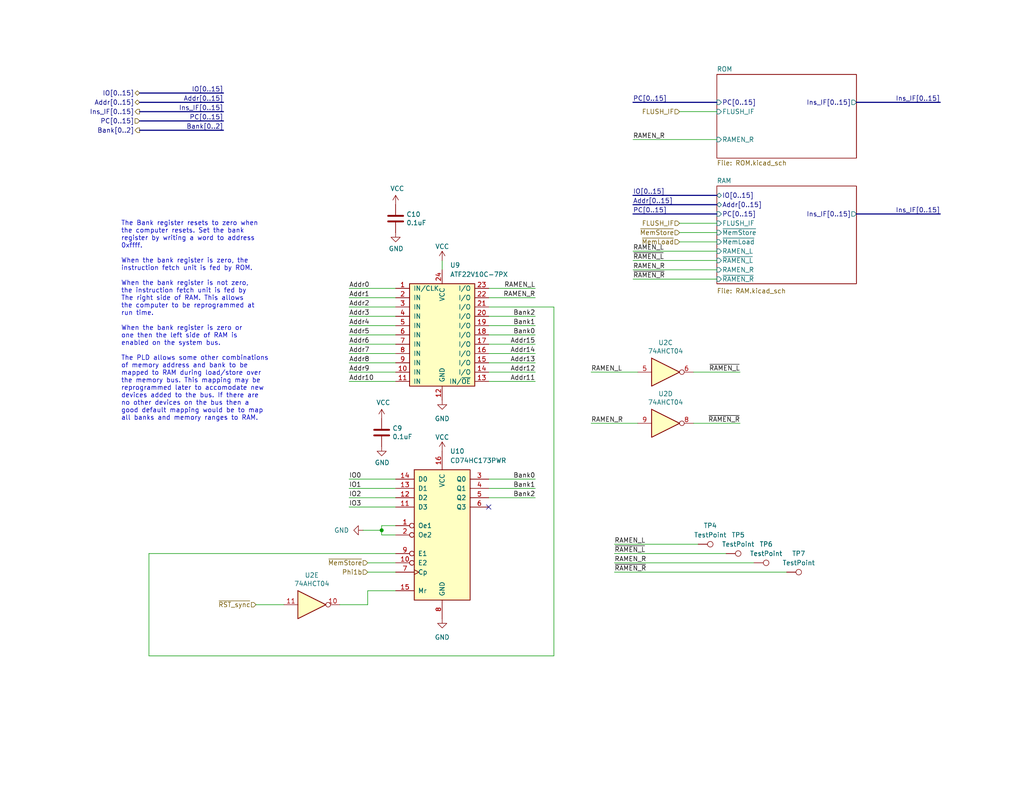
<source format=kicad_sch>
(kicad_sch (version 20250114) (generator "eeschema") (generator_version "9.0")
  (paper "USLetter")
  (title_block (date "2025-07-22") (rev "A"))
  (lib_symbols
    (symbol "Connector:TestPoint" (pin_numbers (hide yes)) (pin_names (offset 0.762) (hide yes))
      (property "Reference" "TP" (at 0 6.858 0))
      (property "Value" "TestPoint" (at 0 5.08 0))
      (symbol "TestPoint_0_1"
        (circle (center 0 3.302) (radius 0.762))
      )
      (symbol "TestPoint_1_1"
        (pin passive line (at 0 0 90) (length 2.54) (name "1") (number "1"))
      )
    )
    (symbol "Device:C" (pin_numbers (hide yes)) (pin_names (offset 0.254))
      (property "Reference" "C" (at 0.635 2.54 0))
      (property "Value" "C" (at 0.635 -2.54 0))
      (symbol "C_0_1"
        (polyline (pts (xy -2.032 0.762) (xy 2.032 0.762)) (stroke (width 0.508)))
        (polyline (pts (xy -2.032 -0.762) (xy 2.032 -0.762)) (stroke (width 0.508)))
      )
      (symbol "C_1_1"
        (pin passive line (at 0 3.81 270) (length 2.794) (name "~") (number "1"))
        (pin passive line (at 0 -3.81 90) (length 2.794) (name "~") (number "2"))
      )
    )
    (symbol "Turtle16:74AHCT04"
      (property "Reference" "U" (at 0 1.27 0))
      (property "Value" "74AHCT04" (at 0 -1.27 0))
      (symbol "74AHCT04_1_0"
        (polyline (pts (xy -3.81 3.81) (xy -3.81 -3.81) (xy 3.81 0) (xy -3.81 3.81)) (stroke (width 0.254)) (fill (type background)))
        (pin input line (at -7.62 0 0) (length 3.81) (name "~") (number "1"))
        (pin output inverted (at 7.62 0 180) (length 3.81) (name "~") (number "2"))
      )
      (symbol "74AHCT04_2_0"
        (polyline (pts (xy -3.81 3.81) (xy -3.81 -3.81) (xy 3.81 0) (xy -3.81 3.81)) (stroke (width 0.254)) (fill (type background)))
        (pin input line (at -7.62 0 0) (length 3.81) (name "~") (number "3"))
        (pin output inverted (at 7.62 0 180) (length 3.81) (name "~") (number "4"))
      )
      (symbol "74AHCT04_3_0"
        (polyline (pts (xy -3.81 3.81) (xy -3.81 -3.81) (xy 3.81 0) (xy -3.81 3.81)) (stroke (width 0.254)) (fill (type background)))
        (pin input line (at -7.62 0 0) (length 3.81) (name "~") (number "5"))
        (pin output inverted (at 7.62 0 180) (length 3.81) (name "~") (number "6"))
      )
      (symbol "74AHCT04_4_0"
        (polyline (pts (xy -3.81 3.81) (xy -3.81 -3.81) (xy 3.81 0) (xy -3.81 3.81)) (stroke (width 0.254)) (fill (type background)))
        (pin input line (at -7.62 0 0) (length 3.81) (name "~") (number "9"))
        (pin output inverted (at 7.62 0 180) (length 3.81) (name "~") (number "8"))
      )
      (symbol "74AHCT04_5_0"
        (polyline (pts (xy -3.81 3.81) (xy -3.81 -3.81) (xy 3.81 0) (xy -3.81 3.81)) (stroke (width 0.254)) (fill (type background)))
        (pin input line (at -7.62 0 0) (length 3.81) (name "~") (number "11"))
        (pin output inverted (at 7.62 0 180) (length 3.81) (name "~") (number "10"))
      )
      (symbol "74AHCT04_6_0"
        (polyline (pts (xy -3.81 3.81) (xy -3.81 -3.81) (xy 3.81 0) (xy -3.81 3.81)) (stroke (width 0.254)) (fill (type background)))
        (pin input line (at -7.62 0 0) (length 3.81) (name "~") (number "13"))
        (pin output inverted (at 7.62 0 180) (length 3.81) (name "~") (number "12"))
      )
      (symbol "74AHCT04_7_0"
        (pin power_in line (at 0 12.7 270) (length 5.08) (name "VCC") (number "14"))
        (pin power_in line (at 0 -12.7 90) (length 5.08) (name "GND") (number "7"))
      )
      (symbol "74AHCT04_7_1"
        (rectangle (start -5.08 7.62) (end 5.08 -7.62) (stroke (width 0.254)) (fill (type background)))
      )
    )
    (symbol "Turtle16:ATF22V10C" (pin_names (offset 1.016))
      (symbol "ATF22V10C_1_1"
        (rectangle (start -8.89 -15.24) (end 8.89 12.7) (stroke (width 0.254)) (fill (type background)))
        (pin input line (at -12.7 11.43 0) (length 3.81) (name "IN/CLK") (number "1"))
        (pin input line (at -12.7 8.89 0) (length 3.81) (name "IN") (number "2"))
        (pin input line (at -12.7 6.35 0) (length 3.81) (name "IN") (number "3"))
        (pin input line (at -12.7 3.81 0) (length 3.81) (name "IN") (number "4"))
        (pin input line (at -12.7 1.27 0) (length 3.81) (name "IN") (number "5"))
        (pin input line (at -12.7 -1.27 0) (length 3.81) (name "IN") (number "6"))
        (pin input line (at -12.7 -3.81 0) (length 3.81) (name "IN") (number "7"))
        (pin input line (at -12.7 -6.35 0) (length 3.81) (name "IN") (number "8"))
        (pin input line (at -12.7 -8.89 0) (length 3.81) (name "IN") (number "9"))
        (pin input line (at -12.7 -11.43 0) (length 3.81) (name "IN") (number "10"))
        (pin input line (at -12.7 -13.97 0) (length 3.81) (name "IN") (number "11"))
        (pin power_in line (at 0 16.51 270) (length 3.81) (name "VCC") (number "24"))
        (pin power_in line (at 0 -19.05 90) (length 3.81) (name "GND") (number "12"))
        (pin passive line (at 12.7 11.43 180) (length 3.81) (name "I/O") (number "23"))
        (pin passive line (at 12.7 8.89 180) (length 3.81) (name "I/O") (number "22"))
        (pin passive line (at 12.7 6.35 180) (length 3.81) (name "I/O") (number "21"))
        (pin passive line (at 12.7 3.81 180) (length 3.81) (name "I/O") (number "20"))
        (pin passive line (at 12.7 1.27 180) (length 3.81) (name "I/O") (number "19"))
        (pin passive line (at 12.7 -1.27 180) (length 3.81) (name "I/O") (number "18"))
        (pin passive line (at 12.7 -3.81 180) (length 3.81) (name "I/O") (number "17"))
        (pin passive line (at 12.7 -6.35 180) (length 3.81) (name "I/O") (number "16"))
        (pin passive line (at 12.7 -8.89 180) (length 3.81) (name "I/O") (number "15"))
        (pin passive line (at 12.7 -11.43 180) (length 3.81) (name "I/O") (number "14"))
        (pin input line (at 12.7 -13.97 180) (length 3.81) (name "IN/~{OE}") (number "13"))
      )
    )
    (symbol "Turtle16:CD74HC173PWR" (pin_names (offset 1.016))
      (property "Reference" "U" (at 8.89 21.59 0))
      (property "Value" "CD74HC173PWR" (at 8.89 19.05 0))
      (symbol "CD74HC173PWR_1_0"
        (pin input line (at -12.7 15.24 0) (length 5.08) (name "D0") (number "14"))
        (pin input line (at -12.7 12.7 0) (length 5.08) (name "D1") (number "13"))
        (pin input line (at -12.7 10.16 0) (length 5.08) (name "D2") (number "12"))
        (pin input line (at -12.7 7.62 0) (length 5.08) (name "D3") (number "11"))
        (pin input inverted (at -12.7 2.54 0) (length 5.08) (name "Oe1") (number "1"))
        (pin input inverted (at -12.7 0 0) (length 5.08) (name "Oe2") (number "2"))
        (pin input inverted (at -12.7 -5.08 0) (length 5.08) (name "E1") (number "9"))
        (pin input inverted (at -12.7 -7.62 0) (length 5.08) (name "E2") (number "10"))
        (pin input clock (at -12.7 -10.16 0) (length 5.08) (name "Cp") (number "7"))
        (pin input line (at -12.7 -15.24 0) (length 5.08) (name "Mr") (number "15"))
        (pin power_in line (at 0 22.86 270) (length 5.08) (name "VCC") (number "16"))
        (pin power_in line (at 0 -22.86 90) (length 5.08) (name "GND") (number "8"))
        (pin tri_state line (at 12.7 15.24 180) (length 5.08) (name "Q0") (number "3"))
        (pin tri_state line (at 12.7 12.7 180) (length 5.08) (name "Q1") (number "4"))
        (pin tri_state line (at 12.7 10.16 180) (length 5.08) (name "Q2") (number "5"))
        (pin tri_state line (at 12.7 7.62 180) (length 5.08) (name "Q3") (number "6"))
      )
      (symbol "CD74HC173PWR_1_1"
        (rectangle (start -7.62 17.78) (end 7.62 -17.78) (stroke (width 0.254)) (fill (type background)))
      )
    )
    (symbol "power:GND" (power) (pin_numbers (hide yes)) (pin_names (offset 0) (hide yes))
      (property "Value" "GND" (at 0 -3.81 0))
      (symbol "GND_0_1"
        (polyline (pts (xy 0 0) (xy 0 -1.27) (xy 1.27 -1.27) (xy 0 -2.54) (xy -1.27 -1.27) (xy 0 -1.27)))
      )
      (symbol "GND_1_1"
        (pin power_in line (at 0 0 270) (length 0) (name "~") (number "1"))
      )
    )
    (symbol "power:VCC" (power) (pin_numbers (hide yes)) (pin_names (offset 0) (hide yes))
      (property "Value" "VCC" (at 0 3.556 0))
      (symbol "VCC_0_1"
        (polyline (pts (xy -0.762 1.27) (xy 0 2.54)))
        (polyline (pts (xy 0 2.54) (xy 0.762 1.27)))
        (polyline (pts (xy 0 0) (xy 0 2.54)))
      )
      (symbol "VCC_1_1"
        (pin power_in line (at 0 0 90) (length 0) (name "~") (number "1"))
      )
    )
  )
  (text "The Bank register resets to zero when\nthe computer resets. Set the bank\nregister by writing a word to address\n0xffff.\n\nWhen the bank register is zero, the\ninstruction fetch unit is fed by ROM.\n\nWhen the bank register is not zero,\nthe instruction fetch unit is fed by\nThe right side of RAM. This allows\nthe computer to be reprogrammed at\nrun time.\n\nWhen the bank register is zero or\none then the left side of RAM is\nenabled on the system bus.\n\nThe PLD allows some other combinations\nof memory address and bank to be\nmapped to RAM during load/store over\nthe memory bus. This mapping may be\nreprogrammed later to accomodate new\ndevices added to the bus. If there are\nno other devices on the bus then a\ngood default mapping would be to map\nall banks and memory ranges to RAM." (at 33.02 114.935 0) (effects (font (size 1.27 1.27)) (justify left bottom)))
  (junction (at 104.14 144.78))
  (no_connect (at 133.35 138.43))
  (wire (pts (xy 146.05 135.89) (xy 133.35 135.89)))
  (bus (pts (xy 233.68 58.42) (xy 256.54 58.42)))
  (wire (pts (xy 104.14 144.78) (xy 104.14 146.05)))
  (wire (pts (xy 95.25 135.89) (xy 107.95 135.89)))
  (wire (pts (xy 95.25 88.9) (xy 107.95 88.9)))
  (wire (pts (xy 146.05 78.74) (xy 133.35 78.74)))
  (bus (pts (xy 38.1 33.02) (xy 60.96 33.02)))
  (wire (pts (xy 100.33 165.1) (xy 100.33 161.29)))
  (bus (pts (xy 195.58 27.94) (xy 172.72 27.94)))
  (wire (pts (xy 95.25 138.43) (xy 107.95 138.43)))
  (wire (pts (xy 40.64 151.13) (xy 107.95 151.13)))
  (wire (pts (xy 95.25 133.35) (xy 107.95 133.35)))
  (bus (pts (xy 195.58 58.42) (xy 172.72 58.42)))
  (wire (pts (xy 95.25 130.81) (xy 107.95 130.81)))
  (wire (pts (xy 201.93 115.57) (xy 189.23 115.57)))
  (wire (pts (xy 172.72 38.1) (xy 195.58 38.1)))
  (wire (pts (xy 95.25 91.44) (xy 107.95 91.44)))
  (wire (pts (xy 146.05 91.44) (xy 133.35 91.44)))
  (wire (pts (xy 146.05 86.36) (xy 133.35 86.36)))
  (wire (pts (xy 146.05 104.14) (xy 133.35 104.14)))
  (wire (pts (xy 69.85 165.1) (xy 77.47 165.1)))
  (wire (pts (xy 95.25 81.28) (xy 107.95 81.28)))
  (wire (pts (xy 146.05 88.9) (xy 133.35 88.9)))
  (wire (pts (xy 99.06 144.78) (xy 104.14 144.78)))
  (wire (pts (xy 172.72 71.12) (xy 195.58 71.12)))
  (wire (pts (xy 146.05 133.35) (xy 133.35 133.35)))
  (bus (pts (xy 38.1 35.56) (xy 60.96 35.56)))
  (wire (pts (xy 95.25 101.6) (xy 107.95 101.6)))
  (wire (pts (xy 167.64 156.21) (xy 214.63 156.21)))
  (wire (pts (xy 185.42 66.04) (xy 195.58 66.04)))
  (wire (pts (xy 40.64 151.13) (xy 40.64 179.07)))
  (bus (pts (xy 195.58 53.34) (xy 172.72 53.34)))
  (wire (pts (xy 104.14 146.05) (xy 107.95 146.05)))
  (wire (pts (xy 151.13 83.82) (xy 151.13 179.07)))
  (wire (pts (xy 146.05 101.6) (xy 133.35 101.6)))
  (wire (pts (xy 133.35 83.82) (xy 151.13 83.82)))
  (bus (pts (xy 38.1 30.48) (xy 60.96 30.48)))
  (wire (pts (xy 146.05 99.06) (xy 133.35 99.06)))
  (bus (pts (xy 195.58 55.88) (xy 172.72 55.88)))
  (wire (pts (xy 185.42 30.48) (xy 195.58 30.48)))
  (wire (pts (xy 95.25 83.82) (xy 107.95 83.82)))
  (wire (pts (xy 146.05 81.28) (xy 133.35 81.28)))
  (wire (pts (xy 146.05 93.98) (xy 133.35 93.98)))
  (wire (pts (xy 172.72 76.2) (xy 195.58 76.2)))
  (wire (pts (xy 95.25 99.06) (xy 107.95 99.06)))
  (wire (pts (xy 95.25 104.14) (xy 107.95 104.14)))
  (wire (pts (xy 95.25 78.74) (xy 107.95 78.74)))
  (wire (pts (xy 92.71 165.1) (xy 100.33 165.1)))
  (wire (pts (xy 100.33 161.29) (xy 107.95 161.29)))
  (wire (pts (xy 120.65 71.12) (xy 120.65 73.66)))
  (wire (pts (xy 100.33 153.67) (xy 107.95 153.67)))
  (wire (pts (xy 95.25 96.52) (xy 107.95 96.52)))
  (wire (pts (xy 100.33 156.21) (xy 107.95 156.21)))
  (wire (pts (xy 172.72 68.58) (xy 195.58 68.58)))
  (wire (pts (xy 167.64 148.59) (xy 190.5 148.59)))
  (wire (pts (xy 95.25 86.36) (xy 107.95 86.36)))
  (wire (pts (xy 95.25 93.98) (xy 107.95 93.98)))
  (wire (pts (xy 185.42 60.96) (xy 195.58 60.96)))
  (wire (pts (xy 201.93 101.6) (xy 189.23 101.6)))
  (wire (pts (xy 167.64 151.13) (xy 198.12 151.13)))
  (bus (pts (xy 38.1 25.4) (xy 60.96 25.4)))
  (wire (pts (xy 146.05 130.81) (xy 133.35 130.81)))
  (wire (pts (xy 40.64 179.07) (xy 151.13 179.07)))
  (wire (pts (xy 167.64 153.67) (xy 205.74 153.67)))
  (wire (pts (xy 104.14 143.51) (xy 104.14 144.78)))
  (wire (pts (xy 161.29 101.6) (xy 173.99 101.6)))
  (bus (pts (xy 38.1 27.94) (xy 60.96 27.94)))
  (wire (pts (xy 107.95 143.51) (xy 104.14 143.51)))
  (wire (pts (xy 146.05 96.52) (xy 133.35 96.52)))
  (wire (pts (xy 172.72 73.66) (xy 195.58 73.66)))
  (bus (pts (xy 233.68 27.94) (xy 256.54 27.94)))
  (wire (pts (xy 161.29 115.57) (xy 173.99 115.57)))
  (wire (pts (xy 185.42 63.5) (xy 195.58 63.5)))
  (label "Addr15" (at 146.05 93.98 180))
  (label "~{RAMEN_L}" (at 172.72 71.12 0))
  (label "Addr7" (at 95.25 96.52 0))
  (label "Addr1" (at 95.25 81.28 0))
  (label "RAMEN_L" (at 167.64 148.59 0))
  (label "~{RAMEN_R}" (at 167.64 156.21 0))
  (label "RAMEN_L" (at 172.72 68.58 0))
  (label "Addr9" (at 95.25 101.6 0))
  (label "PC[0..15]" (at 172.72 27.94 0))
  (label "Addr13" (at 146.05 99.06 180))
  (label "RAMEN_R" (at 167.64 153.67 0))
  (label "Addr14" (at 146.05 96.52 180))
  (label "~{RAMEN_R}" (at 201.93 115.57 180))
  (label "Bank0" (at 146.05 91.44 180))
  (label "Addr[0..15]" (at 172.72 55.88 0))
  (label "Bank1" (at 146.05 133.35 180))
  (label "Addr3" (at 95.25 86.36 0))
  (label "Bank[0..2]" (at 60.96 35.56 180))
  (label "Addr6" (at 95.25 93.98 0))
  (label "Ins_IF[0..15]" (at 256.54 27.94 180))
  (label "RAMEN_L" (at 161.29 101.6 0))
  (label "RAMEN_R" (at 172.72 73.66 0))
  (label "IO2" (at 95.25 135.89 0))
  (label "Addr11" (at 146.05 104.14 180))
  (label "~{RAMEN_L}" (at 201.93 101.6 180))
  (label "Ins_IF[0..15]" (at 60.96 30.48 180))
  (label "~{RAMEN_L}" (at 167.64 151.13 0))
  (label "Addr10" (at 95.25 104.14 0))
  (label "Addr5" (at 95.25 91.44 0))
  (label "Ins_IF[0..15]" (at 256.54 58.42 180))
  (label "Bank0" (at 146.05 130.81 180))
  (label "Addr0" (at 95.25 78.74 0))
  (label "IO[0..15]" (at 60.96 25.4 180))
  (label "PC[0..15]" (at 60.96 33.02 180))
  (label "Addr8" (at 95.25 99.06 0))
  (label "Addr2" (at 95.25 83.82 0))
  (label "Bank2" (at 146.05 86.36 180))
  (label "RAMEN_R" (at 146.05 81.28 180))
  (label "Addr4" (at 95.25 88.9 0))
  (label "IO1" (at 95.25 133.35 0))
  (label "Bank1" (at 146.05 88.9 180))
  (label "IO[0..15]" (at 172.72 53.34 0))
  (label "Bank2" (at 146.05 135.89 180))
  (label "PC[0..15]" (at 172.72 58.42 0))
  (label "RAMEN_R" (at 161.29 115.57 0))
  (label "RAMEN_R" (at 172.72 38.1 0))
  (label "IO0" (at 95.25 130.81 0))
  (label "RAMEN_L" (at 146.05 78.74 180))
  (label "IO3" (at 95.25 138.43 0))
  (label "Addr[0..15]" (at 60.96 27.94 180))
  (label "~{RAMEN_R}" (at 172.72 76.2 0))
  (label "Addr12" (at 146.05 101.6 180))
  (hierarchical_label "Phi1b" (shape input) (at 100.33 156.21 180))
  (hierarchical_label "PC[0..15]" (shape input) (at 38.1 33.02 180))
  (hierarchical_label "~{MemStore}" (shape input) (at 100.33 153.67 180))
  (hierarchical_label "IO[0..15]" (shape tri_state) (at 38.1 25.4 180))
  (hierarchical_label "~{RST_sync}" (shape input) (at 69.85 165.1 180))
  (hierarchical_label "Addr[0..15]" (shape tri_state) (at 38.1 27.94 180))
  (hierarchical_label "Bank[0..2]" (shape output) (at 38.1 35.56 180))
  (hierarchical_label "~{MemStore}" (shape input) (at 185.42 63.5 180))
  (hierarchical_label "FLUSH_IF" (shape input) (at 185.42 30.48 180))
  (hierarchical_label "Ins_IF[0..15]" (shape output) (at 38.1 30.48 180))
  (hierarchical_label "~{MemLoad}" (shape input) (at 185.42 66.04 180))
  (hierarchical_label "FLUSH_IF" (shape input) (at 185.42 60.96 180))
  (symbol (lib_id "Turtle16:ATF22V10C") (at 120.65 90.17 0) (unit 1)
    (property "Reference" "U28" (at 122.7933 72.39 0) (effects (justify left)))
    (property "Value" "ATF22V10C-7PX" (at 122.7933 74.93 0) (effects (justify left)))
    (property "Footprint" "Package_DIP:DIP-24_W7.62mm_Socket" (effects (hide yes)))
    (property "Datasheet" "https://www.mouser.com/datasheet/2/268/doc0735-1369018.pdf" (effects (hide yes)))
    (property "Manufacturer" "Microchip Technology" (effects (hide yes)))
    (property "Manufacturer#" "ATF22V10C-7PX" (effects (hide yes)))
    (property "Mouser#" "556-AF22V10C7PX" (effects (hide yes)))
    (property "Digikey#" "ATF22V10C-7PX-ND" (effects (hide yes)))
    (instances (project "" (path "" (reference "U9") (unit 1))) (project "Turtle16Computer" (path "" (reference "U28") (unit 1))))
  )
  (symbol (lib_id "power:GND") (at 104.14 121.92 0) (unit 1)
    (property "Reference" "#PWR0597" (effects (hide yes)))
    (property "Value" "GND" (at 104.267 126.3142 0))
    (property "Description" "Power symbol creates a global label with name \"GND\" , ground" (effects (hide yes)))
    (instances (project "" (path "" (reference "#PWR049") (unit 1))) (project "Turtle16Computer" (path "" (reference "#PWR0597") (unit 1))))
  )
  (symbol (lib_id "Turtle16:74AHCT04") (at 181.61 115.57 0) (unit 4)
    (property "Reference" "U29" (at 181.61 107.5182 0))
    (property "Value" "74AHCT04" (at 181.61 109.8296 0))
    (property "Footprint" "Package_SO:TSSOP-14_4.4x5mm_P0.65mm" (effects (hide yes)))
    (property "Datasheet" "https://assets.nexperia.com/documents/data-sheet/74AHC_AHCT04.pdf" (effects (hide yes)))
    (property "Manufacturer" "Nexperia" (effects (hide yes)))
    (property "Manufacturer#" "74AHCT04APWJ" (effects (hide yes)))
    (property "Mouser#" "771-74AHCT04APWJ" (effects (hide yes)))
    (property "Digikey#" "1727-74AHCT04APWJCT-ND" (effects (hide yes)))
    (instances (project "" (path "" (reference "U2") (unit 4))) (project "Turtle16Computer" (path "" (reference "U29") (unit 4))))
  )
  (symbol (lib_id "power:GND") (at 99.06 144.78 270) (unit 1)
    (property "Reference" "#PWR0599" (effects (hide yes)))
    (property "Value" "GND" (at 95.25 144.7799 90) (effects (justify right)))
    (property "Description" "Power symbol creates a global label with name \"GND\" , ground" (effects (hide yes)))
    (instances (project "" (path "" (reference "#PWR047") (unit 1))) (project "Turtle16Computer" (path "" (reference "#PWR0599") (unit 1))))
  )
  (symbol (lib_id "Device:C") (at 107.95 59.69 0) (unit 1)
    (property "Reference" "C30" (at 110.871 58.5216 0) (effects (justify left)))
    (property "Value" "0.1uF" (at 110.871 60.833 0) (effects (justify left)))
    (property "Footprint" "Capacitor_SMD:C_0603_1608Metric" (effects (hide yes)))
    (property "Datasheet" "https://www.mouser.com/datasheet/2/396/taiyo_yuden_12132018_mlcc11_hq_e-1510082.pdf" (effects (hide yes)))
    (property "Manufacturer" "Taiyo Yuden" (effects (hide yes)))
    (property "Manufacturer#" "EMK107B7104KAHT" (effects (hide yes)))
    (property "Mouser#" "963-EMK107B7104KAHT" (effects (hide yes)))
    (property "Digikey#" "587-6004-1-ND" (effects (hide yes)))
    (instances (project "" (path "" (reference "C10") (unit 1))) (project "Turtle16Computer" (path "" (reference "C30") (unit 1))))
  )
  (symbol (lib_id "Device:C") (at 104.14 118.11 0) (unit 1)
    (property "Reference" "C31" (at 107.061 116.9416 0) (effects (justify left)))
    (property "Value" "0.1uF" (at 107.061 119.253 0) (effects (justify left)))
    (property "Footprint" "Capacitor_SMD:C_0603_1608Metric" (effects (hide yes)))
    (property "Datasheet" "https://www.mouser.com/datasheet/2/396/taiyo_yuden_12132018_mlcc11_hq_e-1510082.pdf" (effects (hide yes)))
    (property "Manufacturer" "Taiyo Yuden" (effects (hide yes)))
    (property "Manufacturer#" "EMK107B7104KAHT" (effects (hide yes)))
    (property "Mouser#" "963-EMK107B7104KAHT" (effects (hide yes)))
    (property "Digikey#" "587-6004-1-ND" (effects (hide yes)))
    (instances (project "" (path "" (reference "C9") (unit 1))) (project "Turtle16Computer" (path "" (reference "C31") (unit 1))))
  )
  (symbol (lib_id "Connector:TestPoint") (at 214.63 156.21 270) (mirror x) (unit 1) (in_bom no)
    (property "Reference" "TP44" (at 217.932 151.13 90))
    (property "Value" "TestPoint" (at 217.932 153.67 90))
    (property "Footprint" "TestPoint:TestPoint_Pad_D1.0mm" (effects (hide yes)))
    (instances (project "" (path "" (reference "TP7") (unit 1))) (project "Turtle16Computer" (path "" (reference "TP44") (unit 1))))
  )
  (symbol (lib_id "Turtle16:74AHCT04") (at 85.09 165.1 0) (unit 5)
    (property "Reference" "U29" (at 85.09 157.0482 0))
    (property "Value" "74AHCT04" (at 85.09 159.3596 0))
    (property "Footprint" "Package_SO:TSSOP-14_4.4x5mm_P0.65mm" (effects (hide yes)))
    (property "Datasheet" "https://assets.nexperia.com/documents/data-sheet/74AHC_AHCT04.pdf" (effects (hide yes)))
    (property "Manufacturer" "Nexperia" (effects (hide yes)))
    (property "Manufacturer#" "74AHCT04APWJ" (effects (hide yes)))
    (property "Mouser#" "771-74AHCT04APWJ" (effects (hide yes)))
    (property "Digikey#" "1727-74AHCT04APWJCT-ND" (effects (hide yes)))
    (instances (project "" (path "" (reference "U2") (unit 5))) (project "Turtle16Computer" (path "" (reference "U29") (unit 5))))
  )
  (symbol (lib_id "Turtle16:74AHCT04") (at 181.61 101.6 0) (unit 3)
    (property "Reference" "U29" (at 181.61 93.5482 0))
    (property "Value" "74AHCT04" (at 181.61 95.8596 0))
    (property "Footprint" "Package_SO:TSSOP-14_4.4x5mm_P0.65mm" (effects (hide yes)))
    (property "Datasheet" "https://assets.nexperia.com/documents/data-sheet/74AHC_AHCT04.pdf" (effects (hide yes)))
    (property "Manufacturer" "Nexperia" (effects (hide yes)))
    (property "Manufacturer#" "74AHCT04APWJ" (effects (hide yes)))
    (property "Mouser#" "771-74AHCT04APWJ" (effects (hide yes)))
    (property "Digikey#" "1727-74AHCT04APWJCT-ND" (effects (hide yes)))
    (instances (project "" (path "" (reference "U2") (unit 3))) (project "Turtle16Computer" (path "" (reference "U29") (unit 3))))
  )
  (symbol (lib_id "power:GND") (at 120.65 168.91 0) (unit 1)
    (property "Reference" "#PWR0600" (effects (hide yes)))
    (property "Value" "GND" (at 120.65 173.99 0))
    (property "Description" "Power symbol creates a global label with name \"GND\" , ground" (effects (hide yes)))
    (instances (project "" (path "" (reference "#PWR055") (unit 1))) (project "Turtle16Computer" (path "" (reference "#PWR0600") (unit 1))))
  )
  (symbol (lib_id "power:GND") (at 120.65 109.22 0) (unit 1)
    (property "Reference" "#PWR0595" (effects (hide yes)))
    (property "Value" "GND" (at 120.65 114.3 0))
    (property "Description" "Power symbol creates a global label with name \"GND\" , ground" (effects (hide yes)))
    (instances (project "" (path "" (reference "#PWR053") (unit 1))) (project "Turtle16Computer" (path "" (reference "#PWR0595") (unit 1))))
  )
  (symbol (lib_id "Turtle16:CD74HC173PWR") (at 120.65 146.05 0) (unit 1)
    (property "Reference" "U30" (at 122.7933 123.19 0) (effects (justify left)))
    (property "Value" "CD74HC173PWR" (at 122.7933 125.73 0) (effects (justify left)))
    (property "Footprint" "Package_SO:TSSOP-16_4.4x5mm_P0.65mm" (effects (hide yes)))
    (property "Datasheet" "https://www.ti.com/general/docs/suppproductinfo.tsp?distId=26&gotoUrl=https://www.ti.com/lit/gpn/cd74hc173" (effects (hide yes)))
    (property "Manufacturer" "Texas Instruments" (effects (hide yes)))
    (property "Manufacturer#" "CD74HC173PWR" (effects (hide yes)))
    (property "Mouser#" "595-CD74HC173PWR" (effects (hide yes)))
    (property "Digikey#" "296-12792-1-ND" (effects (hide yes)))
    (instances (project "" (path "" (reference "U10") (unit 1))) (project "Turtle16Computer" (path "" (reference "U30") (unit 1))))
  )
  (symbol (lib_id "Connector:TestPoint") (at 205.74 153.67 270) (mirror x) (unit 1) (in_bom no)
    (property "Reference" "TP43" (at 209.042 148.59 90))
    (property "Value" "TestPoint" (at 209.042 151.13 90))
    (property "Footprint" "TestPoint:TestPoint_Pad_D1.0mm" (effects (hide yes)))
    (instances (project "" (path "" (reference "TP6") (unit 1))) (project "Turtle16Computer" (path "" (reference "TP43") (unit 1))))
  )
  (symbol (lib_id "power:VCC") (at 120.65 123.19 0) (unit 1)
    (property "Reference" "#PWR0598" (effects (hide yes)))
    (property "Value" "VCC" (at 120.65 119.38 0))
    (property "Description" "Power symbol creates a global label with name \"VCC\"" (effects (hide yes)))
    (instances (project "" (path "" (reference "#PWR054") (unit 1))) (project "Turtle16Computer" (path "" (reference "#PWR0598") (unit 1))))
  )
  (symbol (lib_id "power:GND") (at 107.95 63.5 0) (unit 1)
    (property "Reference" "#PWR0593" (effects (hide yes)))
    (property "Value" "GND" (at 108.077 67.8942 0))
    (property "Description" "Power symbol creates a global label with name \"GND\" , ground" (effects (hide yes)))
    (instances (project "" (path "" (reference "#PWR051") (unit 1))) (project "Turtle16Computer" (path "" (reference "#PWR0593") (unit 1))))
  )
  (symbol (lib_id "Connector:TestPoint") (at 190.5 148.59 270) (mirror x) (unit 1) (in_bom no)
    (property "Reference" "TP41" (at 193.802 143.51 90))
    (property "Value" "TestPoint" (at 193.802 146.05 90))
    (property "Footprint" "TestPoint:TestPoint_Pad_D1.0mm" (effects (hide yes)))
    (instances (project "" (path "" (reference "TP4") (unit 1))) (project "Turtle16Computer" (path "" (reference "TP41") (unit 1))))
  )
  (symbol (lib_id "power:VCC") (at 104.14 114.3 0) (unit 1)
    (property "Reference" "#PWR0596" (effects (hide yes)))
    (property "Value" "VCC" (at 104.5718 109.9058 0))
    (property "Description" "Power symbol creates a global label with name \"VCC\"" (effects (hide yes)))
    (instances (project "" (path "" (reference "#PWR048") (unit 1))) (project "Turtle16Computer" (path "" (reference "#PWR0596") (unit 1))))
  )
  (symbol (lib_id "power:VCC") (at 107.95 55.88 0) (unit 1)
    (property "Reference" "#PWR0592" (effects (hide yes)))
    (property "Value" "VCC" (at 108.3818 51.4858 0))
    (property "Description" "Power symbol creates a global label with name \"VCC\"" (effects (hide yes)))
    (instances (project "" (path "" (reference "#PWR050") (unit 1))) (project "Turtle16Computer" (path "" (reference "#PWR0592") (unit 1))))
  )
  (symbol (lib_id "Connector:TestPoint") (at 198.12 151.13 270) (mirror x) (unit 1) (in_bom no)
    (property "Reference" "TP42" (at 201.422 146.05 90))
    (property "Value" "TestPoint" (at 201.422 148.59 90))
    (property "Footprint" "TestPoint:TestPoint_Pad_D1.0mm" (effects (hide yes)))
    (instances (project "" (path "" (reference "TP5") (unit 1))) (project "Turtle16Computer" (path "" (reference "TP42") (unit 1))))
  )
  (symbol (lib_id "power:VCC") (at 120.65 71.12 0) (unit 1)
    (property "Reference" "#PWR0594" (effects (hide yes)))
    (property "Value" "VCC" (at 120.65 67.31 0))
    (property "Description" "Power symbol creates a global label with name \"VCC\"" (effects (hide yes)))
    (instances (project "" (path "" (reference "#PWR052") (unit 1))) (project "Turtle16Computer" (path "" (reference "#PWR0594") (unit 1))))
  )
  (sheet (at 195.58 20.32) (size 38.1 22.86) (stroke (width 0.1524))
    (property "Sheetname" "ROM" (at 195.58 19.6084 0) (effects (justify left bottom)))
    (property "Sheetfile" "ROM.kicad_sch" (at 195.58 43.7646 0) (effects (justify left top)))
    (pin "RAMEN_R" input (at 195.58 38.1 180))
    (pin "FLUSH_IF" input (at 195.58 30.48 180))
    (pin "PC[0..15]" input (at 195.58 27.94 180))
    (pin "Ins_IF[0..15]" output (at 233.68 27.94 0))
  )
  (sheet (at 195.58 50.8) (size 38.1 26.67) (stroke (width 0.1524))
    (property "Sheetname" "RAM" (at 195.58 50.0884 0) (effects (justify left bottom)))
    (property "Sheetfile" "RAM.kicad_sch" (at 195.58 78.6896 0) (effects (justify left top)))
    (pin "Ins_IF[0..15]" output (at 233.68 58.42 0))
    (pin "IO[0..15]" tri_state (at 195.58 53.34 180))
    (pin "Addr[0..15]" tri_state (at 195.58 55.88 180))
    (pin "PC[0..15]" input (at 195.58 58.42 180))
    (pin "FLUSH_IF" input (at 195.58 60.96 180))
    (pin "~{MemStore}" input (at 195.58 63.5 180))
    (pin "~{MemLoad}" input (at 195.58 66.04 180))
    (pin "~{RAMEN_L}" input (at 195.58 71.12 180))
    (pin "~{RAMEN_R}" input (at 195.58 76.2 180))
    (pin "RAMEN_R" input (at 195.58 73.66 180))
    (pin "RAMEN_L" input (at 195.58 68.58 180))
  )
)
</source>
